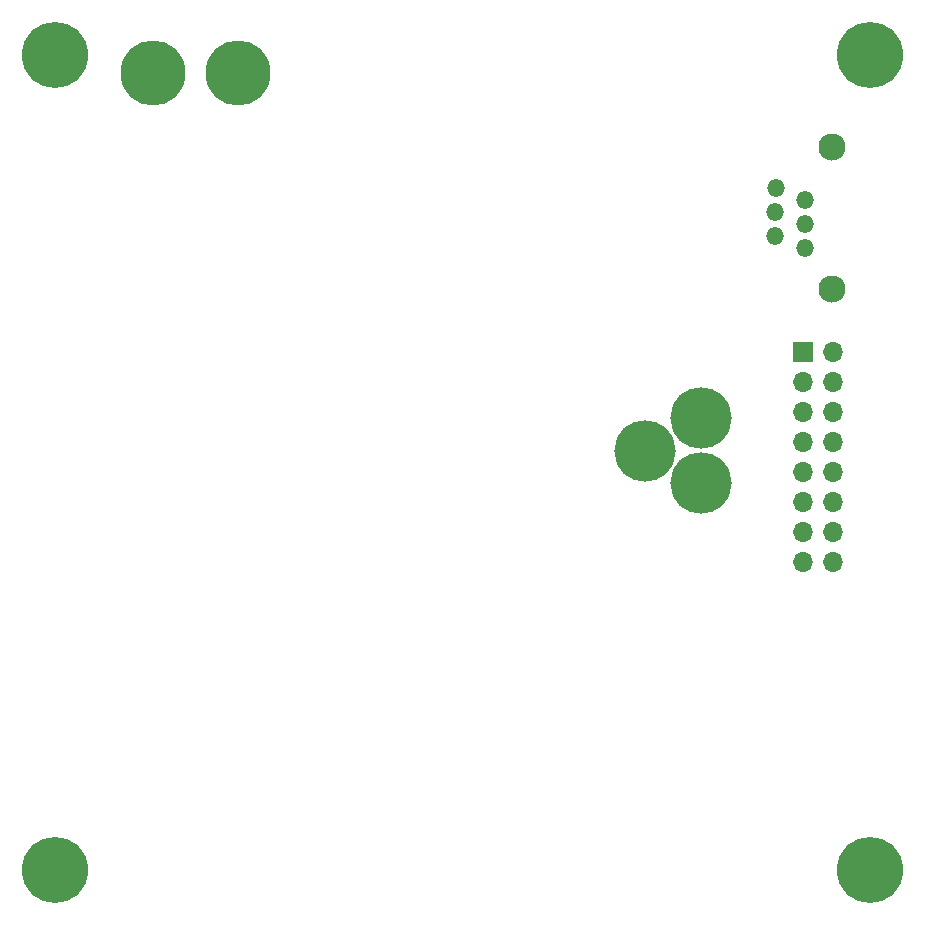
<source format=gbs>
%TF.GenerationSoftware,KiCad,Pcbnew,8.0.1*%
%TF.CreationDate,2024-09-08T16:29:11+01:00*%
%TF.ProjectId,BaselineRP2040MotorController,42617365-6c69-46e6-9552-50323034304d,rev?*%
%TF.SameCoordinates,Original*%
%TF.FileFunction,Soldermask,Bot*%
%TF.FilePolarity,Negative*%
%FSLAX46Y46*%
G04 Gerber Fmt 4.6, Leading zero omitted, Abs format (unit mm)*
G04 Created by KiCad (PCBNEW 8.0.1) date 2024-09-08 16:29:11*
%MOMM*%
%LPD*%
G01*
G04 APERTURE LIST*
%ADD10C,5.500000*%
%ADD11C,3.600000*%
%ADD12C,5.600000*%
%ADD13R,1.700000X1.700000*%
%ADD14O,1.700000X1.700000*%
%ADD15C,2.300000*%
%ADD16O,1.500000X1.500000*%
%ADD17C,5.200000*%
G04 APERTURE END LIST*
D10*
%TO.C,J4*%
X122700000Y-34600000D03*
X129900000Y-34600000D03*
%TD*%
D11*
%TO.C,H2*%
X183400000Y-102100000D03*
D12*
X183400000Y-102100000D03*
%TD*%
D13*
%TO.C,J5*%
X177750001Y-58225002D03*
D14*
X180290001Y-58225002D03*
X177750001Y-60765002D03*
X180289999Y-60764999D03*
X177750006Y-63305001D03*
X180290002Y-63304999D03*
X177750001Y-65845002D03*
X180290002Y-65845002D03*
X177750000Y-68385002D03*
X180290003Y-68385004D03*
X177750006Y-70925002D03*
X180290001Y-70925002D03*
X177750001Y-73465002D03*
X180290003Y-73465003D03*
X177750003Y-76005005D03*
X180290004Y-76005002D03*
%TD*%
D11*
%TO.C,H4*%
X114400000Y-33100000D03*
D12*
X114400000Y-33100000D03*
%TD*%
D11*
%TO.C,H3*%
X183400000Y-33100000D03*
D12*
X183400000Y-33100000D03*
%TD*%
D15*
%TO.C,J2*%
X180200000Y-52899998D03*
X180200000Y-40900002D03*
D16*
X175400001Y-44350000D03*
X177900000Y-45370001D03*
X175359998Y-46390000D03*
X177900001Y-47409998D03*
X175360000Y-48430000D03*
X177900001Y-49450001D03*
%TD*%
D17*
%TO.C,J3*%
X169099999Y-69350000D03*
X169100001Y-63850000D03*
X164340000Y-66600000D03*
%TD*%
D11*
%TO.C,H1*%
X114400000Y-102100000D03*
D12*
X114400000Y-102100000D03*
%TD*%
M02*

</source>
